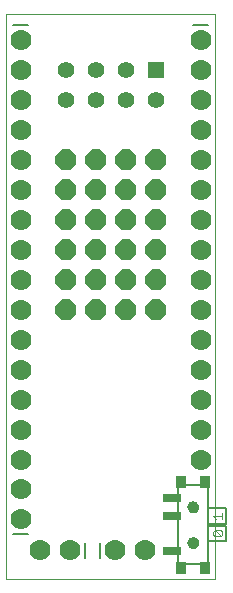
<source format=gts>
G75*
%MOIN*%
%OFA0B0*%
%FSLAX24Y24*%
%IPPOS*%
%LPD*%
%AMOC8*
5,1,8,0,0,1.08239X$1,22.5*
%
%ADD10C,0.0000*%
%ADD11C,0.0555*%
%ADD12R,0.0555X0.0555*%
%ADD13C,0.0080*%
%ADD14R,0.0200X0.0200*%
%ADD15C,0.0700*%
%ADD16OC8,0.0700*%
%ADD17C,0.0050*%
%ADD18R,0.0355X0.0434*%
%ADD19R,0.0631X0.0316*%
%ADD20C,0.0030*%
%ADD21C,0.0394*%
D10*
X000150Y000200D02*
X000150Y019020D01*
X007142Y019020D01*
X007142Y000200D01*
X000150Y000200D01*
X006223Y001409D02*
X006225Y001435D01*
X006231Y001461D01*
X006241Y001486D01*
X006254Y001509D01*
X006270Y001529D01*
X006290Y001547D01*
X006312Y001562D01*
X006335Y001574D01*
X006361Y001582D01*
X006387Y001586D01*
X006413Y001586D01*
X006439Y001582D01*
X006465Y001574D01*
X006489Y001562D01*
X006510Y001547D01*
X006530Y001529D01*
X006546Y001509D01*
X006559Y001486D01*
X006569Y001461D01*
X006575Y001435D01*
X006577Y001409D01*
X006575Y001383D01*
X006569Y001357D01*
X006559Y001332D01*
X006546Y001309D01*
X006530Y001289D01*
X006510Y001271D01*
X006488Y001256D01*
X006465Y001244D01*
X006439Y001236D01*
X006413Y001232D01*
X006387Y001232D01*
X006361Y001236D01*
X006335Y001244D01*
X006311Y001256D01*
X006290Y001271D01*
X006270Y001289D01*
X006254Y001309D01*
X006241Y001332D01*
X006231Y001357D01*
X006225Y001383D01*
X006223Y001409D01*
X006223Y002591D02*
X006225Y002617D01*
X006231Y002643D01*
X006241Y002668D01*
X006254Y002691D01*
X006270Y002711D01*
X006290Y002729D01*
X006312Y002744D01*
X006335Y002756D01*
X006361Y002764D01*
X006387Y002768D01*
X006413Y002768D01*
X006439Y002764D01*
X006465Y002756D01*
X006489Y002744D01*
X006510Y002729D01*
X006530Y002711D01*
X006546Y002691D01*
X006559Y002668D01*
X006569Y002643D01*
X006575Y002617D01*
X006577Y002591D01*
X006575Y002565D01*
X006569Y002539D01*
X006559Y002514D01*
X006546Y002491D01*
X006530Y002471D01*
X006510Y002453D01*
X006488Y002438D01*
X006465Y002426D01*
X006439Y002418D01*
X006413Y002414D01*
X006387Y002414D01*
X006361Y002418D01*
X006335Y002426D01*
X006311Y002438D01*
X006290Y002453D01*
X006270Y002471D01*
X006254Y002491D01*
X006241Y002514D01*
X006231Y002539D01*
X006225Y002565D01*
X006223Y002591D01*
D11*
X005150Y016150D03*
X004150Y016150D03*
X004150Y017150D03*
X003150Y017150D03*
X003150Y016150D03*
X002150Y016150D03*
X002150Y017150D03*
D12*
X005150Y017150D03*
D13*
X006400Y018650D02*
X006900Y018650D01*
X000900Y018650D02*
X000400Y018650D01*
X005888Y003319D02*
X006912Y003319D01*
X006912Y002551D02*
X007502Y002551D01*
X007502Y002039D01*
X006912Y002039D01*
X006912Y001961D02*
X007502Y001961D01*
X007502Y001449D01*
X006912Y001449D01*
X006912Y000681D02*
X005888Y000681D01*
X003300Y000900D02*
X003300Y001400D01*
X002800Y001400D02*
X002800Y000900D01*
X000900Y001700D02*
X000400Y001700D01*
D14*
X000650Y002200D03*
X000650Y003200D03*
X000650Y004150D03*
X000650Y005150D03*
X000650Y006150D03*
X000650Y007150D03*
X000650Y008150D03*
X000650Y009150D03*
X000650Y010150D03*
X000650Y011150D03*
X000650Y012150D03*
X000650Y013150D03*
X000650Y014150D03*
X000650Y015150D03*
X000650Y016150D03*
X000650Y017150D03*
X000650Y018150D03*
X002150Y014150D03*
X002150Y013150D03*
X002150Y012150D03*
X002150Y011150D03*
X002150Y010150D03*
X002150Y009150D03*
X003150Y009150D03*
X003150Y010150D03*
X003150Y011150D03*
X003150Y012150D03*
X003150Y013150D03*
X003150Y014150D03*
X004150Y014150D03*
X004150Y013150D03*
X004150Y012150D03*
X004150Y011150D03*
X004150Y010150D03*
X004150Y009150D03*
X005150Y009150D03*
X005150Y010150D03*
X005150Y011150D03*
X005150Y012150D03*
X005150Y013150D03*
X005150Y014150D03*
X006650Y014150D03*
X006650Y013150D03*
X006650Y012150D03*
X006650Y011150D03*
X006650Y010150D03*
X006650Y009150D03*
X006650Y008150D03*
X006650Y007150D03*
X006650Y006150D03*
X006650Y005150D03*
X006650Y004150D03*
X004800Y001150D03*
X003800Y001150D03*
X002300Y001150D03*
X001300Y001150D03*
X006650Y015150D03*
X006650Y016150D03*
X006650Y017150D03*
X006650Y018150D03*
D15*
X006650Y018150D03*
X006650Y017150D03*
X006650Y016150D03*
X006650Y015150D03*
X006650Y014150D03*
X006650Y013150D03*
X006650Y012150D03*
X006650Y011150D03*
X006650Y010150D03*
X006650Y009150D03*
X006650Y008150D03*
X006650Y007150D03*
X006650Y006150D03*
X006650Y005150D03*
X006650Y004150D03*
X004800Y001150D03*
X003800Y001150D03*
X002300Y001150D03*
X001300Y001150D03*
X000650Y002200D03*
X000650Y003200D03*
X000650Y004150D03*
X000650Y005150D03*
X000650Y006150D03*
X000650Y007150D03*
X000650Y008150D03*
X000650Y009150D03*
X000650Y010150D03*
X000650Y011150D03*
X000650Y012150D03*
X000650Y013150D03*
X000650Y014150D03*
X000650Y015150D03*
X000650Y016150D03*
X000650Y017150D03*
X000650Y018150D03*
D16*
X002150Y014150D03*
X002150Y013150D03*
X002150Y012150D03*
X002150Y011150D03*
X002150Y010150D03*
X002150Y009150D03*
X003150Y009150D03*
X003150Y010150D03*
X003150Y011150D03*
X003150Y012150D03*
X003150Y013150D03*
X003150Y014150D03*
X004150Y014150D03*
X004150Y013150D03*
X004150Y012150D03*
X004150Y011150D03*
X004150Y010150D03*
X004150Y009150D03*
X005150Y009150D03*
X005150Y010150D03*
X005150Y011150D03*
X005150Y012150D03*
X005150Y013150D03*
X005150Y014150D03*
D17*
X005888Y003319D02*
X005888Y000681D01*
X006912Y000681D02*
X006912Y002039D01*
X006912Y002551D01*
X006912Y003319D01*
D18*
X006794Y003437D03*
X006006Y003437D03*
X006006Y000563D03*
X006794Y000563D03*
D19*
X005711Y001114D03*
X005711Y002295D03*
X005711Y002886D03*
D20*
X007079Y002309D02*
X007369Y002309D01*
X007369Y002405D02*
X007369Y002212D01*
X007176Y002212D02*
X007079Y002309D01*
X007127Y001815D02*
X007321Y001621D01*
X007369Y001670D01*
X007369Y001766D01*
X007321Y001815D01*
X007127Y001815D01*
X007079Y001766D01*
X007079Y001670D01*
X007127Y001621D01*
X007321Y001621D01*
D21*
X006400Y001409D03*
X006400Y002591D03*
M02*

</source>
